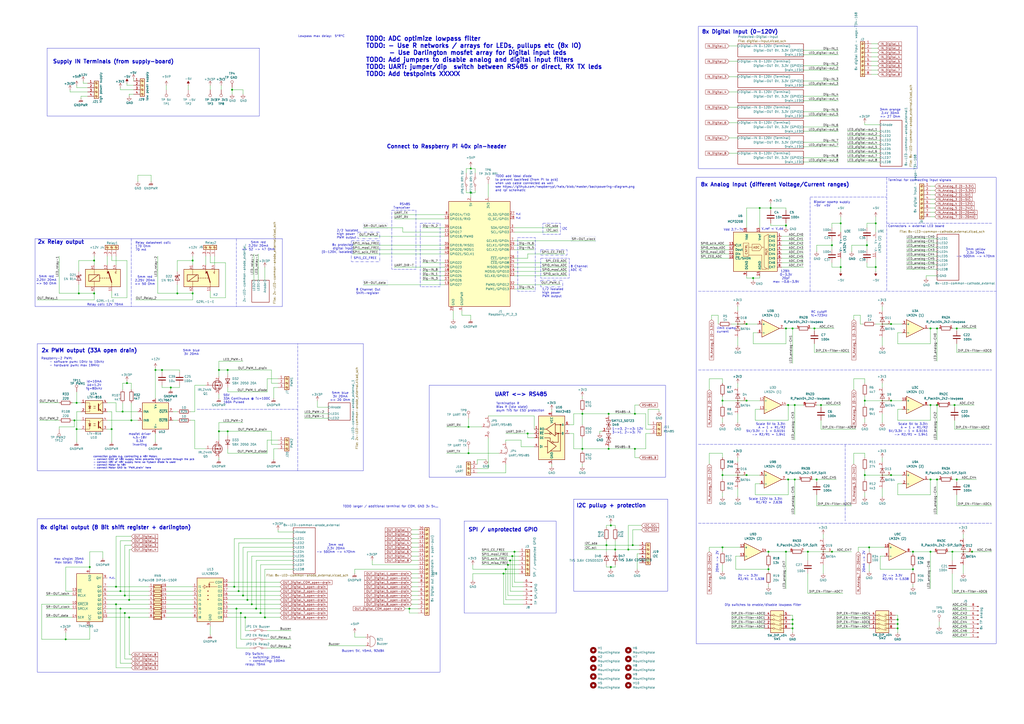
<source format=kicad_sch>
(kicad_sch
	(version 20231120)
	(generator "eeschema")
	(generator_version "8.0")
	(uuid "af4d11a6-73e1-4c39-a25e-5fe7dfa07237")
	(paper "A2")
	
	(junction
		(at 140.97 345.44)
		(diameter 0)
		(color 0 0 0 0)
		(uuid "01a8e618-7e14-4882-9136-a12536116a47")
	)
	(junction
		(at 237.49 353.06)
		(diameter 0)
		(color 0 0 0 0)
		(uuid "01c225b5-cd2c-42cd-9a9e-dd1eb69e7a46")
	)
	(junction
		(at 294.64 327.66)
		(diameter 0)
		(color 0 0 0 0)
		(uuid "05305efd-1dbd-4d1b-9814-028567a7094e")
	)
	(junction
		(at 137.16 353.06)
		(diameter 0)
		(color 0 0 0 0)
		(uuid "05eca1c0-0042-44d8-82a8-b1f48175c33d")
	)
	(junction
		(at 368.3 260.35)
		(diameter 0)
		(color 0 0 0 0)
		(uuid "06f335d7-63de-4572-a20a-022b6c7f93c9")
	)
	(junction
		(at 364.49 318.77)
		(diameter 0)
		(color 0 0 0 0)
		(uuid "072c8fc6-89d0-4715-8ea4-dd9134761f17")
	)
	(junction
		(at 351.79 316.23)
		(diameter 0)
		(color 0 0 0 0)
		(uuid "07823899-5798-4592-8eff-8b1fe5858f30")
	)
	(junction
		(at 71.12 238.76)
		(diameter 0)
		(color 0 0 0 0)
		(uuid "0eedc99b-ff42-4961-8286-6066dee5c8fe")
	)
	(junction
		(at 508 129.54)
		(diameter 0)
		(color 0 0 0 0)
		(uuid "0f3fa599-affa-44c6-8b85-24ce12db14ea")
	)
	(junction
		(at 67.31 340.36)
		(diameter 0)
		(color 0 0 0 0)
		(uuid "10026633-9ac7-4b72-aa53-10151f42da81")
	)
	(junction
		(at 64.77 248.92)
		(diameter 0)
		(color 0 0 0 0)
		(uuid "11580b8b-6675-41d3-b33d-e1ed958eda93")
	)
	(junction
		(at 153.67 358.14)
		(diameter 0)
		(color 0 0 0 0)
		(uuid "119c3b35-4b9f-4318-9220-02559deba15e")
	)
	(junction
		(at 73.66 222.25)
		(diameter 0)
		(color 0 0 0 0)
		(uuid "14ee932b-b4bf-415b-ab21-01e0b930417b")
	)
	(junction
		(at 516.89 232.41)
		(diameter 0)
		(color 0 0 0 0)
		(uuid "14fcd33f-6a27-4b5c-bd8a-16602ae94ce3")
	)
	(junction
		(at 353.06 240.03)
		(diameter 0)
		(color 0 0 0 0)
		(uuid "1827b75e-5515-4844-a399-117e6918fd73")
	)
	(junction
		(at 354.33 328.93)
		(diameter 0)
		(color 0 0 0 0)
		(uuid "1c476741-4a7f-44e7-a84a-5b0fc50d1df8")
	)
	(junction
		(at 487.68 154.94)
		(diameter 0)
		(color 0 0 0 0)
		(uuid "1f83392c-f6f4-4c47-92c7-6541609902a5")
	)
	(junction
		(at 508 154.94)
		(diameter 0)
		(color 0 0 0 0)
		(uuid "1ff1815a-ddb0-4907-bed1-18b8fe5665e3")
	)
	(junction
		(at 461.01 234.95)
		(diameter 0)
		(color 0 0 0 0)
		(uuid "209182a8-b4b9-40cd-b5b2-bd90b860e927")
	)
	(junction
		(at 54.61 151.13)
		(diameter 0)
		(color 0 0 0 0)
		(uuid "213f96fc-26d9-4cf1-83bd-f4336ef00b81")
	)
	(junction
		(at 102.87 170.18)
		(diameter 0)
		(color 0 0 0 0)
		(uuid "236f3f4e-76e9-4351-baf1-7665cdb427aa")
	)
	(junction
		(at 146.05 350.52)
		(diameter 0)
		(color 0 0 0 0)
		(uuid "24719f92-8210-4aa7-b4fb-885fcf560860")
	)
	(junction
		(at 127 214.63)
		(diameter 0)
		(color 0 0 0 0)
		(uuid "2a544a35-89e9-4403-a76e-deca404b0df4")
	)
	(junction
		(at 337.82 240.03)
		(diameter 0)
		(color 0 0 0 0)
		(uuid "2d47b40e-d23f-458b-8bda-f40f4a63d16c")
	)
	(junction
		(at 461.01 278.13)
		(diameter 0)
		(color 0 0 0 0)
		(uuid "2ec783c1-8b84-46a4-83e0-9e6bdd9d83e1")
	)
	(junction
		(at 419.1 275.59)
		(diameter 0)
		(color 0 0 0 0)
		(uuid "2f3e2706-66a2-4ddc-84d7-d0f87e408bee")
	)
	(junction
		(at 433.07 187.96)
		(diameter 0)
		(color 0 0 0 0)
		(uuid "322a1d28-d972-4b68-a81b-9e541f249074")
	)
	(junction
		(at 539.75 234.95)
		(diameter 0)
		(color 0 0 0 0)
		(uuid "3ae78f7f-94a6-4485-a6b5-d7ce73e1abef")
	)
	(junction
		(at 516.89 187.96)
		(diameter 0)
		(color 0 0 0 0)
		(uuid "3b4b0fd5-c991-4a1b-b89c-c6b2bfe001ca")
	)
	(junction
		(at 44.45 233.68)
		(diameter 0)
		(color 0 0 0 0)
		(uuid "3c610d6d-cd11-4e18-9d10-ffa22d04497a")
	)
	(junction
		(at 52.07 328.93)
		(diameter 0)
		(color 0 0 0 0)
		(uuid "3c754c5e-b249-46c4-9d05-9f550316aca5")
	)
	(junction
		(at 273.05 111.76)
		(diameter 0)
		(color 0 0 0 0)
		(uuid "401df33a-bfc8-4102-a832-13b9d72f27f9")
	)
	(junction
		(at 447.04 120.65)
		(diameter 0)
		(color 0 0 0 0)
		(uuid "42f8f2a2-d4f1-4f85-a7f3-af76fd15f334")
	)
	(junction
		(at 539.75 190.5)
		(diameter 0)
		(color 0 0 0 0)
		(uuid "4c28afa4-cb18-4457-bfd3-5c53dabd8baa")
	)
	(junction
		(at 67.31 350.52)
		(diameter 0)
		(color 0 0 0 0)
		(uuid "4dd49bce-72c0-4885-aaa1-4fc2ceee5ed9")
	)
	(junction
		(at 293.37 330.2)
		(diameter 0)
		(color 0 0 0 0)
		(uuid "4e253152-ce51-433a-bba8-8c16e7a62d28")
	)
	(junction
		(at 436.88 161.29)
		(diameter 0)
		(color 0 0 0 0)
		(uuid "4e57230f-aabe-47d0-b863-f2adc3d1ffe4")
	)
	(junction
		(at 554.99 278.13)
		(diameter 0)
		(color 0 0 0 0)
		(uuid "5350fbf4-d95b-437a-9686-20f0bf58d3a4")
	)
	(junction
		(at 356.87 318.77)
		(diameter 0)
		(color 0 0 0 0)
		(uuid "53d66afe-70cb-456e-9b1b-03e37a30427c")
	)
	(junction
		(at 539.75 278.13)
		(diameter 0)
		(color 0 0 0 0)
		(uuid "5453c15f-3da7-498f-b4d4-eefd4a32800e")
	)
	(junction
		(at 482.6 142.24)
		(diameter 0)
		(color 0 0 0 0)
		(uuid "55a82554-799d-4bb3-8181-718182c3900f")
	)
	(junction
		(at 501.65 232.41)
		(diameter 0)
		(color 0 0 0 0)
		(uuid "57a339c8-b411-45ff-a169-a3416d23d890")
	)
	(junction
		(at 111.76 170.18)
		(diameter 0)
		(color 0 0 0 0)
		(uuid "58641e9a-dfea-4a17-a599-d3f20704b922")
	)
	(junction
		(at 539.75 320.04)
		(diameter 0)
		(color 0 0 0 0)
		(uuid "5ebeab69-b597-43d2-ab3a-c72fec21131d")
	)
	(junction
		(at 504.19 317.5)
		(diameter 0)
		(color 0 0 0 0)
		(uuid "5fbe9979-8f7b-4932-9184-a4d03c15d4fe")
	)
	(junction
		(at 476.25 234.95)
		(diameter 0)
		(color 0 0 0 0)
		(uuid "5fd46808-879e-44b8-af18-96d3e87ab16f")
	)
	(junction
		(at 354.33 304.8)
		(diameter 0)
		(color 0 0 0 0)
		(uuid "60649139-4bdd-472e-9af5-360b27505cfe")
	)
	(junction
		(at 295.91 325.12)
		(diameter 0)
		(color 0 0 0 0)
		(uuid "64cc4205-6b81-48b6-affd-d8656f4e6bce")
	)
	(junction
		(at 529.59 320.04)
		(diameter 0)
		(color 0 0 0 0)
		(uuid "67352b46-f9e5-4f25-b773-3d42ff5e5699")
	)
	(junction
		(at 419.1 317.5)
		(diameter 0)
		(color 0 0 0 0)
		(uuid "6e2b59ba-643e-42d5-abe7-fae3afd30e18")
	)
	(junction
		(at 90.17 214.63)
		(diameter 0)
		(color 0 0 0 0)
		(uuid "6f8dae14-e5bb-4ed3-8136-992dd6b276bb")
	)
	(junction
		(at 440.69 120.65)
		(diameter 0)
		(color 0 0 0 0)
		(uuid "71c80c36-cea0-487c-bcb3-ac90e6cf6909")
	)
	(junction
		(at 501.65 275.59)
		(diameter 0)
		(color 0 0 0 0)
		(uuid "72cd6455-fb65-4b52-8421-80100f0ddc8f")
	)
	(junction
		(at 69.85 342.9)
		(diameter 0)
		(color 0 0 0 0)
		(uuid "751fb691-f4d4-4afb-8c99-237d44216e6a")
	)
	(junction
		(at 143.51 347.98)
		(diameter 0)
		(color 0 0 0 0)
		(uuid "75331210-328d-4b01-a051-ab734c1e4329")
	)
	(junction
		(at 455.93 130.81)
		(diameter 0)
		(color 0 0 0 0)
		(uuid "7b6a19d9-d84c-4ace-9ad2-e52657e5669a")
	)
	(junction
		(at 543.56 190.5)
		(diameter 0)
		(color 0 0 0 0)
		(uuid "7c4690e7-c7bf-4226-a178-dc9e53dc51ed")
	)
	(junction
		(at 445.77 320.04)
		(diameter 0)
		(color 0 0 0 0)
		(uuid "7eee6ae0-e862-4cf5-a20a-077da3b5824a")
	)
	(junction
		(at 38.1 370.84)
		(diameter 0)
		(color 0 0 0 0)
		(uuid "84b82d7c-5f92-4073-bceb-03310c6207ac")
	)
	(junction
		(at 472.44 190.5)
		(diameter 0)
		(color 0 0 0 0)
		(uuid "85be4b5b-1dd3-4429-a51f-714f415e4cb3")
	)
	(junction
		(at 516.89 275.59)
		(diameter 0)
		(color 0 0 0 0)
		(uuid "86f80d78-9680-4044-9ea8-382a544e1180")
	)
	(junction
		(at 306.07 251.46)
		(diameter 0)
		(color 0 0 0 0)
		(uuid "8ba0df70-00b9-477d-a1d9-09e132e0196c")
	)
	(junction
		(at 502.92 142.24)
		(diameter 0)
		(color 0 0 0 0)
		(uuid "8e2b91a7-a806-46dd-8017-558f66a7d5aa")
	)
	(junction
		(at 93.98 214.63)
		(diameter 0)
		(color 0 0 0 0)
		(uuid "900094c6-ad82-42ce-b9e4-bbff1fbd4f7d")
	)
	(junction
		(at 271.78 262.89)
		(diameter 0)
		(color 0 0 0 0)
		(uuid "98441d78-d77f-486a-92ea-3668d01ee127")
	)
	(junction
		(at 543.56 234.95)
		(diameter 0)
		(color 0 0 0 0)
		(uuid "9857da2e-fa86-4979-a30f-81191067da5a")
	)
	(junction
		(at 292.1 332.74)
		(diameter 0)
		(color 0 0 0 0)
		(uuid "9867b519-f5bd-4ee4-8781-727026525927")
	)
	(junction
		(at 459.74 359.41)
		(diameter 0)
		(color 0 0 0 0)
		(uuid "98c11e17-da75-489b-919d-abd5b90d75d6")
	)
	(junction
		(at 520.7 364.49)
		(diameter 0)
		(color 0 0 0 0)
		(uuid "9905ae76-43d5-46fd-ab04-63b3bd0b1c1a")
	)
	(junction
		(at 529.59 330.2)
		(diameter 0)
		(color 0 0 0 0)
		(uuid "9f9cd4a1-53b7-4b90-939d-1f42f0144daf")
	)
	(junction
		(at 72.39 345.44)
		(diameter 0)
		(color 0 0 0 0)
		(uuid "a02a0c35-7237-4690-930d-ae7d81a03d46")
	)
	(junction
		(at 433.07 275.59)
		(diameter 0)
		(color 0 0 0 0)
		(uuid "a0fb1850-0f46-4c36-b798-547b535c42df")
	)
	(junction
		(at 44.45 248.92)
		(diameter 0)
		(color 0 0 0 0)
		(uuid "a156600e-b17b-40ee-9338-2875dd6af119")
	)
	(junction
		(at 459.74 364.49)
		(diameter 0)
		(color 0 0 0 0)
		(uuid "a2aaf358-b70a-40ed-8891-c2b838783341")
	)
	(junction
		(at 543.56 278.13)
		(diameter 0)
		(color 0 0 0 0)
		(uuid "a647ae42-673a-4b30-ba91-f5c0de2d1fb1")
	)
	(junction
		(at 419.1 232.41)
		(diameter 0)
		(color 0 0 0 0)
		(uuid "a8916f2a-3760-4408-a711-e8008e50a42d")
	)
	(junction
		(at 473.71 278.13)
		(diameter 0)
		(color 0 0 0 0)
		(uuid "a8b20a5e-2fbe-4704-8e22-2faf27846df8")
	)
	(junction
		(at 553.72 234.95)
		(diameter 0)
		(color 0 0 0 0)
		(uuid "aad29792-d123-4844-9da8-1df2be24a9d5")
	)
	(junction
		(at 45.72 170.18)
		(diameter 0)
		(color 0 0 0 0)
		(uuid "ac1970be-fc9a-493a-b832-4f526b5d8a6f")
	)
	(junction
		(at 367.03 316.23)
		(diameter 0)
		(color 0 0 0 0)
		(uuid "ac4ac232-9a0f-4efe-bd40-aa7c1fcbaeed")
	)
	(junction
		(at 142.24 358.14)
		(diameter 0)
		(color 0 0 0 0)
		(uuid "b03b65c9-d63a-4b4e-b4bc-bfd5bb85047b")
	)
	(junction
		(at 134.62 52.07)
		(diameter 0)
		(color 0 0 0 0)
		(uuid "b1b4e282-b41e-4806-9700-a7c6fbc133b2")
	)
	(junction
		(at 138.43 342.9)
		(diameter 0)
		(color 0 0 0 0)
		(uuid "b2e04b3a-0203-4e9b-b5fb-44711c9651f5")
	)
	(junction
		(at 99.06 224.79)
		(diameter 0)
		(color 0 0 0 0)
		(uuid "b650fb0f-f91e-4bab-945c-20253961cf93")
	)
	(junction
		(at 368.3 240.03)
		(diameter 0)
		(color 0 0 0 0)
		(uuid "b75f83a7-ff43-422c-8aef-b23c65dc9f58")
	)
	(junction
		(at 433.07 232.41)
		(diameter 0)
		(color 0 0 0 0)
		(uuid "b8cbbf2c-6947-4c47-a76a-df98369a49e2")
	)
	(junction
		(at 445.77 330.2)
		(diameter 0)
		(color 0 0 0 0)
		(uuid "bc0e8895-a168-4b32-a3ae-032222041331")
	)
	(junction
		(at 273.05 97.79)
		(diameter 0)
		(color 0 0 0 0)
		(uuid "c141ea30-0a7b-45f8-a452-2c0244bcf9aa")
	)
	(junction
		(at 111.76 151.13)
		(diameter 0)
		(color 0 0 0 0)
		(uuid "c25e2208-2d4a-4a5d-b1b6-520bc7405c20")
	)
	(junction
		(at 72.39 355.6)
		(diameter 0)
		(color 0 0 0 0)
		(uuid "c2a7d60c-8406-4629-9f9f-20facc991908")
	)
	(junction
		(at 127 250.19)
		(diameter 0)
		(color 0 0 0 0)
		(uuid "c583ebaa-dbb1-42bf-9503-cd46d9d9c934")
	)
	(junction
		(at 468.63 320.04)
		(diameter 0)
		(color 0 0 0 0)
		(uuid "c6fd9455-a40f-495c-b522-dad68ccccb40")
	)
	(junction
		(at 69.85 353.06)
		(diameter 0)
		(color 0 0 0 0)
		(uuid "c7252f51-5593-44ea-9ef0-15644cb2b836")
	)
	(junction
		(at 482.6 320.04)
		(diameter 0)
		(color 0 0 0 0)
		(uuid "c7d2abe6-56ee-45d0-91ba-2bdad49697be")
	)
	(junction
		(at 554.99 190.5)
		(diameter 0)
		(color 0 0 0 0)
		(uuid "c9a1a788-271b-4313-91ac-1eb41a1be2d1")
	)
	(junction
		(at 74.93 347.98)
		(diameter 0)
		(color 0 0 0 0)
		(uuid "ca97fd06-a20b-4255-9402-c6f0775648c9")
	)
	(junction
		(at 563.88 320.04)
		(diameter 0)
		(color 0 0 0 0)
		(uuid "cb011434-a4b0-4556-a812-d331c49ca2c1")
	)
	(junction
		(at 297.18 322.58)
		(diameter 0)
		(color 0 0 0 0)
		(uuid "ccfc0193-cd4b-4bd1-9adb-8688e97bfa23")
	)
	(junction
		(at 151.13 355.6)
		(diameter 0)
		(color 0 0 0 0)
		(uuid "cdb7cae5-fc07-4bbc-8ee6-837fb3913bf1")
	)
	(junction
		(at 455.93 320.04)
		(diameter 0)
		(color 0 0 0 0)
		(uuid "d3002e4b-d3e1-40cc-9b8a-5d2c7334c6dd")
	)
	(junction
		(at 520.7 361.95)
		(diameter 0)
		(color 0 0 0 0)
		(uuid "d3c25f2f-519c-4e8a-bf2d-451e91de8263")
	)
	(junction
		(at 459.74 190.5)
		(diameter 0)
		(color 0 0 0 0)
		(uuid "d5958f52-db39-4d96-9f5c-46cc0e0a9c13")
	)
	(junction
		(at 353.06 260.35)
		(diameter 0)
		(color 0 0 0 0)
		(uuid "d5f0980c-b894-41c8-ad9a-99d84da95533")
	)
	(junction
		(at 132.08 250.19)
		(diameter 0)
		(color 0 0 0 0)
		(uuid "d7f6abff-a394-48b0-8295-d13e407a04cb")
	)
	(junction
		(at 487.68 129.54)
		(diameter 0)
		(color 0 0 0 0)
		(uuid "d8d7fb1f-bb4d-4c93-8aa7-905c20aefd85")
	)
	(junction
		(at 552.45 320.04)
		(diameter 0)
		(color 0 0 0 0)
		(uuid "dd672ca4-9aed-4510-a18a-eaf4c4b1b5b2")
	)
	(junction
		(at 298.45 320.04)
		(diameter 0)
		(color 0 0 0 0)
		(uuid "dd9c1b13-9084-449b-9bee-5e037521464a")
	)
	(junction
		(at 520.7 359.41)
		(diameter 0)
		(color 0 0 0 0)
		(uuid "df62cb63-19fa-46f2-9a5a-93a304b5a69d")
	)
	(junction
		(at 271.78 247.65)
		(diameter 0)
		(color 0 0 0 0)
		(uuid "df678c17-c7d1-407d-803a-c886081558ed")
	)
	(junction
		(at 457.2 234.95)
		(diameter 0)
		(color 0 0 0 0)
		(uuid "e06e2f01-d838-48f6-8efa-7e05b926ca29")
	)
	(junction
		(at 54.61 170.18)
		(diameter 0)
		(color 0 0 0 0)
		(uuid "e0fcc60c-adef-4503-b67d-31eec596d694")
	)
	(junction
		(at 148.59 353.06)
		(diameter 0)
		(color 0 0 0 0)
		(uuid "e3108376-7dad-4cc8-8861-63d384004879")
	)
	(junction
		(at 76.2 243.84)
		(diameter 0)
		(color 0 0 0 0)
		(uuid "e5b099e1-f557-4448-b3d0-b283fc211558")
	)
	(junction
		(at 135.89 340.36)
		(diameter 0)
		(color 0 0 0 0)
		(uuid "e5bd5461-5bb2-4b08-87c8-6e463ef8db0a")
	)
	(junction
		(at 132.08 214.63)
		(diameter 0)
		(color 0 0 0 0)
		(uuid "e8615103-e90c-4f75-b440-b8fad443ff1e")
	)
	(junction
		(at 43.18 243.84)
		(diameter 0)
		(color 0 0 0 0)
		(uuid "e888c988-fb5e-4161-b771-d1f510c9d0b9")
	)
	(junction
		(at 337.82 260.35)
		(diameter 0)
		(color 0 0 0 0)
		(uuid "ed02a82a-9a4c-446b-b18a-c2e77fed11fa")
	)
	(junction
		(at 457.2 278.13)
		(diameter 0)
		(color 0 0 0 0)
		(uuid "ef6c709f-f6a8-4332-b336-2fc745163133")
	)
	(junction
		(at 459.74 361.95)
		(diameter 0)
		(color 0 0 0 0)
		(uuid "f4dadaf2-7795-4ea6-a683-80336635a387")
	)
	(junction
		(at 139.7 355.6)
		(diameter 0)
		(color 0 0 0 0)
		(uuid "fae7fc45-5150-4de6-9de8-a36ec31aa312")
	)
	(junction
		(at 455.93 190.5)
		(diameter 0)
		(color 0 0 0 0)
		(uuid "fbce1fdb-db5b-4f19-bbb5-0a9c27bcbc89")
	)
	(junction
		(at 74.93 358.14)
		(diameter 0)
		(color 0 0 0 0)
		(uuid "fcfc1728-3653-4623-b7b5-a4e4cd6811ba")
	)
	(wire
		(pts
			(xy 455.93 129.54) (xy 455.93 130.81)
		)
		(stroke
			(width 0)
			(type default)
		)
		(uuid "0054231e-6c1c-4b62-a261-da803b448710")
	)
	(wire
		(pts
			(xy 491.49 78.74) (xy 510.54 78.74)
		)
		(stroke
			(width 0)
			(type default)
		)
		(uuid "0059a5bd-5d4e-41f1-b8bf-105e91bea211")
	)
	(wire
		(pts
			(xy 496.57 248.92) (xy 476.25 248.92)
		)
		(stroke
			(width 0)
			(type default)
		)
		(uuid "007352d0-4393-4d19-8efc-d51e28cb77e4")
	)
	(wire
		(pts
			(xy 238.76 320.04) (xy 242.57 320.04)
		)
		(stroke
			(width 0)
			(type default)
		)
		(uuid "00818073-0ff6-4df9-84ad-d009831f149e")
	)
	(wire
		(pts
			(xy 62.23 243.84) (xy 76.2 243.84)
		)
		(stroke
			(width 0)
			(type default)
		)
		(uuid "00912cef-7458-4250-9601-851325c17234")
	)
	(wire
		(pts
			(xy 62.23 233.68) (xy 67.31 233.68)
		)
		(stroke
			(width 0)
			(type default)
		)
		(uuid "00e44004-c513-4de5-a722-c1ec9c261caa")
	)
	(wire
		(pts
			(xy 419.1 327.66) (xy 419.1 331.47)
		)
		(stroke
			(width 0)
			(type default)
		)
		(uuid "00ef2f56-37bd-4ed0-aeb9-aa019bd24e2f")
	)
	(wire
		(pts
			(xy 139.7 370.84) (xy 139.7 355.6)
		)
		(stroke
			(width 0)
			(type default)
		)
		(uuid "00fdba94-28e0-4b7e-a3f6-8468a273182f")
	)
	(wire
		(pts
			(xy 553.72 234.95) (xy 553.72 236.22)
		)
		(stroke
			(width 0)
			(type default)
		)
		(uuid "01a5f7f5-381b-4726-8886-b420b25ccedd")
	)
	(wire
		(pts
			(xy 132.08 353.06) (xy 137.16 353.06)
		)
		(stroke
			(width 0)
			(type default)
		)
		(uuid "01f70877-5d35-4473-8154-b32633fb4439")
	)
	(wire
		(pts
			(xy 90.17 214.63) (xy 93.98 214.63)
		)
		(stroke
			(width 0)
			(type default)
		)
		(uuid "02432959-10b0-4f2a-af2d-7311d5fec00d")
	)
	(wire
		(pts
			(xy 486.41 31.75) (xy 466.09 31.75)
		)
		(stroke
			(width 0)
			(type default)
		)
		(uuid "025ad35c-64b0-47a8-a900-f118fd03ec35")
	)
	(wire
		(pts
			(xy 270.51 111.76) (xy 273.05 111.76)
		)
		(stroke
			(width 0)
			(type default)
		)
		(uuid "02629f80-2850-40af-b117-d301cbd2e1ca")
	)
	(wire
		(pts
			(xy 274.32 330.2) (xy 293.37 330.2)
		)
		(stroke
			(width 0)
			(type default)
		)
		(uuid "02a344d2-8b47-43f6-b628-b060a6ff1a34")
	)
	(wire
		(pts
			(xy 537.21 160.02) (xy 543.56 160.02)
		)
		(stroke
			(width 0)
			(type default)
		)
		(uuid "02ca2bcb-dc3d-41b8-b3bb-d6980a38a62d")
	)
	(wire
		(pts
			(xy 52.07 330.2) (xy 52.07 328.93)
		)
		(stroke
			(width 0)
			(type default)
		)
		(uuid "02caf3da-4dfe-464a-bed0-55c975aa32ca")
	)
	(wire
		(pts
			(xy 487.68 125.73) (xy 487.68 129.54)
		)
		(stroke
			(width 0)
			(type default)
		)
		(uuid "02dea10a-f229-486d-876a-a071096eeead")
	)
	(wire
		(pts
			(xy 245.11 152.4) (xy 257.81 152.4)
		)
		(stroke
			(width 0)
			(type default)
		)
		(uuid "02f927d2-46f0-4067-bb2c-7b5ed625f8eb")
	)
	(wire
		(pts
			(xy 157.48 250.19) (xy 157.48 257.81)
		)
		(stroke
			(width 0)
			(type default)
		)
		(uuid "030da04f-bb6a-49d5-a07a-b1ac13ef0d2c")
	)
	(wire
		(pts
			(xy 516.89 275.59) (xy 523.24 275.59)
		)
		(stroke
			(width 0)
			(type default)
		)
		(uuid "0402a363-6ddc-4245-b79d-651ce5e2b849")
	)
	(wire
		(pts
			(xy 457.2 234.95) (xy 461.01 234.95)
		)
		(stroke
			(width 0)
			(type default)
		)
		(uuid "04304b2e-0c68-4a14-bbe0-0e23cac30e94")
	)
	(wire
		(pts
			(xy 176.53 242.57) (xy 190.5 242.57)
		)
		(stroke
			(width 0)
			(type default)
		)
		(uuid "0441f777-da59-4d51-9ce1-7f52d2030a3b")
	)
	(wire
		(pts
			(xy 351.79 306.07) (xy 351.79 304.8)
		)
		(stroke
			(width 0)
			(type default)
		)
		(uuid "0445f1c5-cbd7-41f2-81d5-6122602375c6")
	)
	(wire
		(pts
			(xy 563.88 320.04) (xy 575.31 320.04)
		)
		(stroke
			(width 0)
			(type default)
		)
		(uuid "044788d0-021d-486d-a9d3-fdae59027b7a")
	)
	(polyline
		(pts
			(xy 114.3 237.49) (xy 172.72 237.49)
		)
		(stroke
			(width 0)
			(type dash)
		)
		(uuid "0562829c-78ed-418e-bf83-3ad41711062d")
	)
	(wire
		(pts
			(xy 73.66 151.13) (xy 73.66 172.72)
		)
		(stroke
			(width 0)
			(type default)
		)
		(uuid "05769be8-6486-49a6-96aa-282d535c7d39")
	)
	(wire
		(pts
			(xy 433.07 132.08) (xy 433.07 120.65)
		)
		(stroke
			(width 0)
			(type default)
		)
		(uuid "05c7cccb-cca5-4623-97c8-040d9b4df307")
	)
	(wire
		(pts
			(xy 67.31 340.36) (xy 86.36 340.36)
		)
		(stroke
			(width 0)
			(type default)
		)
		(uuid "060a1e46-185f-46d5-bb25-4b502bfab042")
	)
	(wire
		(pts
			(xy 453.39 137.16) (xy 466.09 137.16)
		)
		(stroke
			(width 0)
			(type default)
		)
		(uuid "068083fa-fce7-43b5-8463-4f98840e7a26")
	)
	(wire
		(pts
			(xy 73.66 172.72) (xy 64.77 172.72)
		)
		(stroke
			(width 0)
			(type default)
		)
		(uuid "06a1b25e-5913-4cbd-a6dc-df54f02c3062")
	)
	(wire
		(pts
			(xy 76.2 313.69) (xy 69.85 313.69)
		)
		(stroke
			(width 0)
			(type default)
		)
		(uuid "0768423a-ac1c-4f99-9532-7ef87789f549")
	)
	(wire
		(pts
			(xy 96.52 342.9) (xy 111.76 342.9)
		)
		(stroke
			(width 0)
			(type default)
		)
		(uuid "07df2798-ce49-4d2e-88d1-304e7370129e")
	)
	(wire
		(pts
			(xy 273.05 182.88) (xy 273.05 185.42)
		)
		(stroke
			(width 0)
			(type default)
		)
		(uuid "07f79494-8767-4e73-b134-542e489a4daa")
	)
	(wire
		(pts
			(xy 511.81 265.43) (xy 511.81 267.97)
		)
		(stroke
			(width 0)
			(type default)
		)
		(uuid "086ffce1-bece-47de-afff-a5272daa684c")
	)
	(wire
		(pts
			(xy 543.56 278.13) (xy 544.83 278.13)
		)
		(stroke
			(width 0)
			(type default)
		)
		(uuid "08d4afc6-7a52-4c48-90ea-de03339f3fec")
	)
	(wire
		(pts
			(xy 438.15 280.67) (xy 438.15 287.02)
		)
		(stroke
			(width 0)
			(type default)
		)
		(uuid "08da2754-5954-4cc6-88b7-c43418808a5f")
	)
	(wire
		(pts
			(xy 238.76 332.74) (xy 242.57 332.74)
		)
		(stroke
			(width 0)
			(type default)
		)
		(uuid "09105bff-0442-453e-b260-c98527da345d")
	)
	(wire
		(pts
			(xy 453.39 139.7) (xy 466.09 139.7)
		)
		(stroke
			(width 0)
			(type default)
		)
		(uuid "0932f8bf-1781-41f0-8075-3b7e84ddb5c7")
	)
	(wire
		(pts
			(xy 64.77 248.92) (xy 64.77 238.76)
		)
		(stroke
			(width 0)
			(type default)
		)
		(uuid "09c9e21f-8206-47ae-a9c8-c044bfbcae4a")
	)
	(wire
		(pts
			(xy 501.65 273.05) (xy 501.65 275.59)
		)
		(stroke
			(width 0)
			(type default)
		)
		(uuid "09d9a41a-af3c-4a91-ad4d-2c3b79cf9ec7")
	)
	(wire
		(pts
			(xy 52.07 363.22) (xy 52.07 370.84)
		)
		(stroke
			(width 0)
			(type default)
		)
		(uuid "0a051774-4cbb-4b66-bf37-8910fac947bb")
	)
	(wire
		(pts
			(xy 62.23 358.14) (xy 74.93 358.14)
		)
		(stroke
			(width 0)
			(type default)
		)
		(uuid "0aa33d96-2e44-4442-b63d-f8ede3d506ac")
	)
	(wire
		(pts
			(xy 375.92 237.49) (xy 375.92 246.38)
		)
		(stroke
			(width 0)
			(type default)
		)
		(uuid "0ac0da6d-7a79-4bb6-aac5-dbd7e02f6a35")
	)
	(wire
		(pts
			(xy 157.48 257.81) (xy 161.29 257.81)
		)
		(stroke
			(width 0)
			(type default)
		)
		(uuid "0af3e3f5-4871-4f0a-9b10-f4cd810203b5")
	)
	(wire
		(pts
			(xy 419.1 262.89) (xy 419.1 265.43)
		)
		(stroke
			(width 0)
			(type default)
		)
		(uuid "0b798a4e-ae38-46ca-9967-253a2656e0f1")
	)
	(wire
		(pts
			(xy 69.85 384.81) (xy 69.85 353.06)
		)
		(stroke
			(width 0)
			(type default)
		)
		(uuid "0d64bcbd-9b4c-4f6e-98d3-beab5b2606b6")
	)
	(wire
		(pts
			(xy 458.47 361.95) (xy 459.74 361.95)
		)
		(stroke
			(width 0)
			(type default)
		)
		(uuid "0ee3f252-7bb8-434b-aa8b-9caf2c52cf77")
	)
	(wire
		(pts
			(xy 501.65 232.41) (xy 501.65 234.95)
		)
		(stroke
			(width 0)
			(type default)
		)
		(uuid "0f4644b6-fa54-41ce-a769-bba1ac182829")
	)
	(wire
		(pts
			(xy 320.04 237.49) (xy 320.04 238.76)
		)
		(stroke
			(width 0)
			(type default)
		)
		(uuid "0fdad08b-4b60-4f92-976c-2a5e922013e0")
	)
	(wire
		(pts
			(xy 34.29 148.59) (xy 34.29 170.18)
		)
		(stroke
			(width 0)
			(type default)
		)
		(uuid "0fdb76a1-0d44-4ff6-a2d2-38a97251b0ec")
	)
	(wire
		(pts
			(xy 473.71 287.02) (xy 473.71 293.37)
		)
		(stroke
			(width 0)
			(type default)
		)
		(uuid "100c3ed1-15ce-439f-b56e-a20a33137ade")
	)
	(wire
		(pts
			(xy 495.3 262.89) (xy 501.65 262.89)
		)
		(stroke
			(width 0)
			(type default)
		)
		(uuid "10a6a44e-d783-4ce2-86b8-20bd8032d780")
	)
	(wire
		(pts
			(xy 245.11 160.02) (xy 257.81 160.02)
		)
		(stroke
			(width 0)
			(type default)
		)
		(uuid "10a757e5-89b9-4989-b591-35fa1e44e30a")
	)
	(wire
		(pts
			(xy 539.75 243.84) (xy 539.75 234.95)
		)
		(stroke
			(width 0)
			(type default)
		)
		(uuid "1103b789-e8a0-437b-b861-57f3bb0fe1fd")
	)
	(wire
		(pts
			(xy 298.45 142.24) (xy 309.88 142.24)
		)
		(stroke
			(width 0)
			(type default)
		)
		(uuid "119c66a0-9194-4112-8a35-c7ab420db9e3")
	)
	(wire
		(pts
			(xy 132.08 250.19) (xy 132.08 252.73)
		)
		(stroke
			(width 0)
			(type default)
		)
		(uuid "11c359c3-26fe-4117-8dcc-0f087608c0a4")
	)
	(wire
		(pts
			(xy 294.64 345.4
... [496415 chars truncated]
</source>
